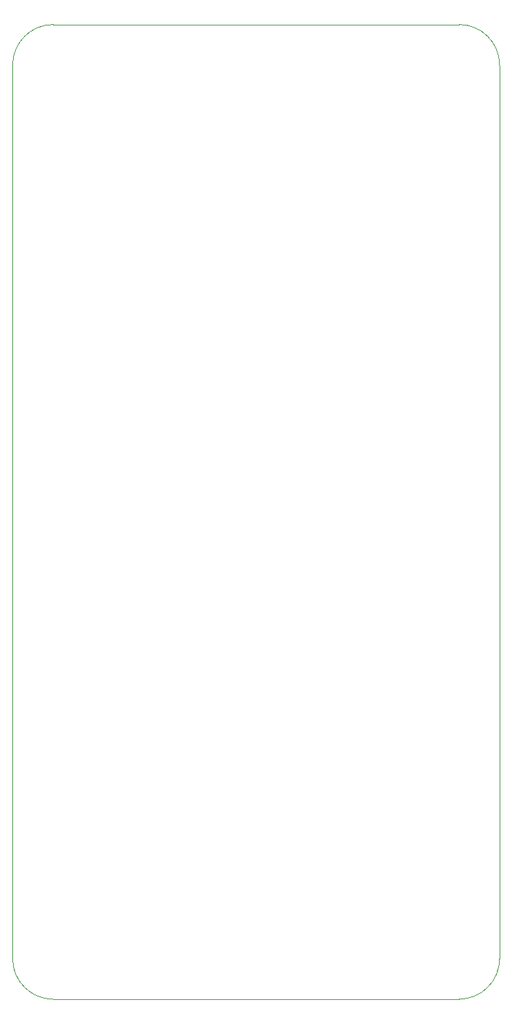
<source format=gm1>
G04 #@! TF.GenerationSoftware,KiCad,Pcbnew,7.0.11*
G04 #@! TF.CreationDate,2024-10-24T13:39:30-04:00*
G04 #@! TF.ProjectId,mouse-joystick-pcb,6d6f7573-652d-46a6-9f79-737469636b2d,1.0*
G04 #@! TF.SameCoordinates,Original*
G04 #@! TF.FileFunction,Profile,NP*
%FSLAX46Y46*%
G04 Gerber Fmt 4.6, Leading zero omitted, Abs format (unit mm)*
G04 Created by KiCad (PCBNEW 7.0.11) date 2024-10-24 13:39:30*
%MOMM*%
%LPD*%
G01*
G04 APERTURE LIST*
G04 #@! TA.AperFunction,Profile*
%ADD10C,0.100000*%
G04 #@! TD*
G04 APERTURE END LIST*
D10*
X77400000Y-41600000D02*
G75*
G03*
X72400000Y-46600000I0J-5000000D01*
G01*
X72400000Y-156600000D02*
X72400000Y-46600000D01*
X132400000Y-46600000D02*
X132400000Y-156600000D01*
X127400000Y-161600000D02*
G75*
G03*
X132400000Y-156600000I0J5000000D01*
G01*
X132400000Y-46600000D02*
G75*
G03*
X127400000Y-41600000I-5000000J0D01*
G01*
X72400000Y-156600000D02*
G75*
G03*
X77400000Y-161600000I5000000J0D01*
G01*
X127400000Y-161600000D02*
X77400000Y-161600000D01*
X77400000Y-41600000D02*
X127400000Y-41600000D01*
M02*

</source>
